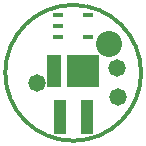
<source format=gbr>
%TF.GenerationSoftware,Altium Limited,Altium Designer,22.11.1 (43)*%
G04 Layer_Color=8388736*
%FSLAX45Y45*%
%MOMM*%
%TF.SameCoordinates,E77C6ACE-BB65-432D-A69C-5FF0F2C89B45*%
%TF.FilePolarity,Negative*%
%TF.FileFunction,Soldermask,Top*%
%TF.Part,Single*%
G01*
G75*
%TA.AperFunction,SMDPad,CuDef*%
%ADD12R,0.95250X0.45720*%
%TA.AperFunction,NonConductor*%
%ADD24C,0.30000*%
%TA.AperFunction,SMDPad,CuDef*%
%ADD25C,2.20320*%
%ADD26R,1.00320X2.90320*%
%TA.AperFunction,ConnectorPad*%
%ADD27R,1.20320X2.75320*%
%ADD28R,2.80320X2.75320*%
%TA.AperFunction,ViaPad*%
%ADD29C,1.47320*%
D12*
X1257935Y1723026D02*
D03*
Y1533025D02*
D03*
X1002665D02*
D03*
Y1628025D02*
D03*
Y1723026D02*
D03*
D24*
X1705300Y1231900D02*
G03*
X1705300Y1231900I-575000J0D01*
G01*
D25*
X1435100Y1473200D02*
D03*
D26*
X1245300Y861675D02*
D03*
X1015300D02*
D03*
D27*
X970300Y1244600D02*
D03*
D28*
X1210300D02*
D03*
D29*
X1511300Y1028700D02*
D03*
X1498600Y1270000D02*
D03*
X825500Y1143000D02*
D03*
%TF.MD5,dd78ea61e177d56b8533ecd74f91795d*%
M02*

</source>
